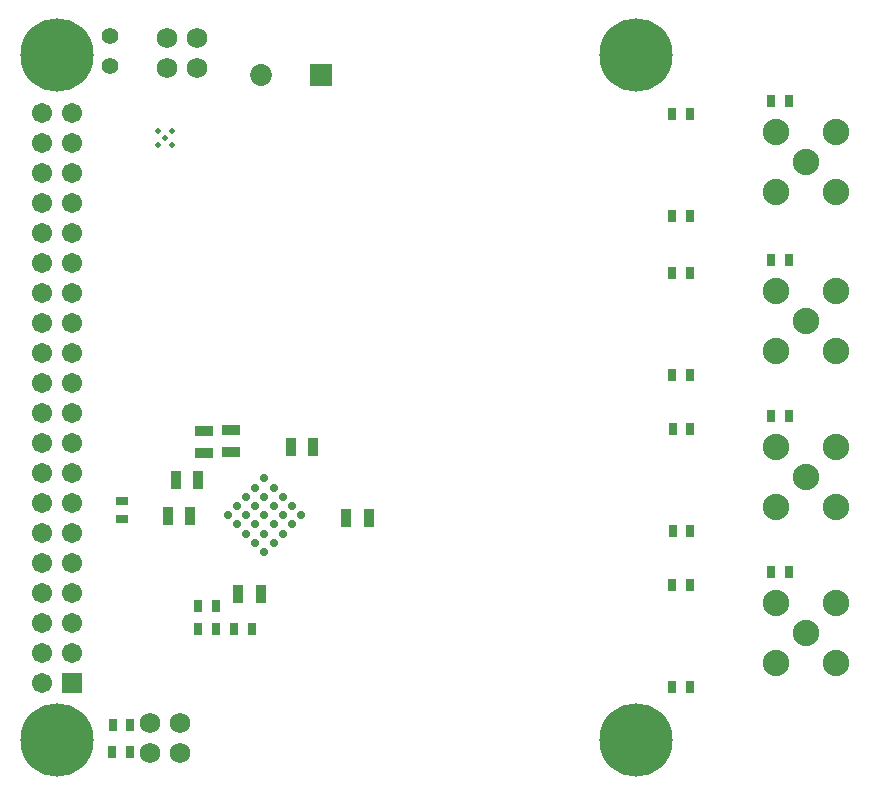
<source format=gbs>
G04*
G04 #@! TF.GenerationSoftware,Altium Limited,Altium Designer,19.1.9 (167)*
G04*
G04 Layer_Color=16711935*
%FSLAX25Y25*%
%MOIN*%
G70*
G01*
G75*
%ADD44R,0.04343X0.02769*%
%ADD45R,0.02769X0.04343*%
%ADD46R,0.03556X0.05918*%
%ADD66R,0.05918X0.03556*%
%ADD67C,0.06800*%
%ADD68C,0.01981*%
%ADD69C,0.05524*%
%ADD70C,0.08800*%
%ADD71C,0.06706*%
%ADD72R,0.06706X0.06706*%
%ADD73C,0.24422*%
%ADD74R,0.07296X0.07296*%
%ADD75C,0.07296*%
%ADD76C,0.02769*%
D44*
X36500Y88047D02*
D03*
Y93953D02*
D03*
D45*
X253047Y227500D02*
D03*
X258953D02*
D03*
X253047Y122500D02*
D03*
X258953D02*
D03*
X253047Y70500D02*
D03*
X258953D02*
D03*
X253047Y174500D02*
D03*
X258953D02*
D03*
X33447Y19500D02*
D03*
X39353D02*
D03*
X33347Y10500D02*
D03*
X39253D02*
D03*
X220047Y32000D02*
D03*
X225953D02*
D03*
X220047Y66000D02*
D03*
X225953D02*
D03*
X220047Y223000D02*
D03*
X225953D02*
D03*
X220047Y189000D02*
D03*
X225953D02*
D03*
X220047Y170000D02*
D03*
X225953D02*
D03*
X220047Y136000D02*
D03*
X225953D02*
D03*
X220094Y118047D02*
D03*
X226000D02*
D03*
X220094Y84047D02*
D03*
X226000D02*
D03*
X62047Y59000D02*
D03*
X67953D02*
D03*
X62047Y51500D02*
D03*
X67953D02*
D03*
X79953D02*
D03*
X74047D02*
D03*
D46*
X62000Y101000D02*
D03*
X54520D02*
D03*
X100240Y112000D02*
D03*
X92760D02*
D03*
X111260Y88500D02*
D03*
X118740D02*
D03*
X82740Y63000D02*
D03*
X75260D02*
D03*
X59240Y89000D02*
D03*
X51760D02*
D03*
D66*
X73000Y110260D02*
D03*
Y117740D02*
D03*
X64000Y117480D02*
D03*
Y110000D02*
D03*
D67*
X61500Y238500D02*
D03*
X51500Y248500D02*
D03*
Y238500D02*
D03*
X61500Y248500D02*
D03*
X56000Y20000D02*
D03*
X46000Y10000D02*
D03*
Y20000D02*
D03*
X56000Y10000D02*
D03*
D68*
X50984Y215146D02*
D03*
X48701Y217429D02*
D03*
X53268D02*
D03*
Y212862D02*
D03*
X48701D02*
D03*
D69*
X32500Y249000D02*
D03*
Y239000D02*
D03*
D70*
X274453Y40000D02*
D03*
X254453D02*
D03*
X274453Y60000D02*
D03*
X254453D02*
D03*
X264453Y50000D02*
D03*
X274453Y92000D02*
D03*
X254453D02*
D03*
X274453Y112000D02*
D03*
X254453D02*
D03*
X264453Y102000D02*
D03*
X274453Y144000D02*
D03*
X254453D02*
D03*
X274453Y164000D02*
D03*
X254453D02*
D03*
X264453Y154000D02*
D03*
X274453Y197000D02*
D03*
X254453D02*
D03*
X274453Y217000D02*
D03*
X254453D02*
D03*
X264453Y207000D02*
D03*
D71*
X20000Y193453D02*
D03*
X10000D02*
D03*
X20000Y203453D02*
D03*
X10000D02*
D03*
X20000Y213453D02*
D03*
X10000D02*
D03*
X20000Y223453D02*
D03*
X10000D02*
D03*
Y183453D02*
D03*
X20000D02*
D03*
X10000Y173453D02*
D03*
X20000D02*
D03*
X10000Y163453D02*
D03*
X20000D02*
D03*
X10000Y153453D02*
D03*
X20000D02*
D03*
X10000Y143453D02*
D03*
X20000D02*
D03*
X10000Y133453D02*
D03*
X20000D02*
D03*
X10000Y123453D02*
D03*
X20000D02*
D03*
X10000Y113453D02*
D03*
X20000D02*
D03*
X10000Y103453D02*
D03*
X20000D02*
D03*
X10000Y93453D02*
D03*
X20000D02*
D03*
X10000Y83453D02*
D03*
X20000D02*
D03*
X10000Y73453D02*
D03*
X20000D02*
D03*
X10000Y63453D02*
D03*
X20000D02*
D03*
X10000Y53453D02*
D03*
X20000D02*
D03*
X10000Y43453D02*
D03*
X20000D02*
D03*
X10000Y33453D02*
D03*
D72*
X20000D02*
D03*
D73*
X207913Y242626D02*
D03*
X15000D02*
D03*
X207913Y14280D02*
D03*
X15000D02*
D03*
D74*
X103000Y236000D02*
D03*
D75*
X83000D02*
D03*
D76*
X71751Y89350D02*
D03*
X74813Y92412D02*
D03*
X77875Y95475D02*
D03*
X80938Y98537D02*
D03*
X84000Y101599D02*
D03*
X74813Y86288D02*
D03*
X77875Y89350D02*
D03*
X80938Y92412D02*
D03*
X84000Y95475D02*
D03*
X87062Y98537D02*
D03*
X77875Y83225D02*
D03*
X80938Y86288D02*
D03*
X84000Y89350D02*
D03*
X87062Y92412D02*
D03*
X90125Y95475D02*
D03*
X80938Y80163D02*
D03*
X84000Y83225D02*
D03*
X87062Y86288D02*
D03*
X90125Y89350D02*
D03*
X93187Y92412D02*
D03*
X84000Y77101D02*
D03*
X87062Y80163D02*
D03*
X90125Y83225D02*
D03*
X93187Y86288D02*
D03*
X96249Y89350D02*
D03*
M02*

</source>
